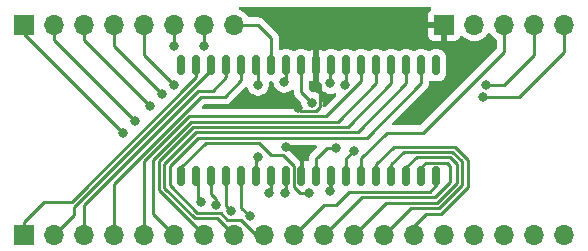
<source format=gbr>
%TF.GenerationSoftware,KiCad,Pcbnew,(6.0.0-0)*%
%TF.CreationDate,2022-07-06T04:59:43-04:00*%
%TF.ProjectId,RAM-Breakout,52414d2d-4272-4656-916b-6f75742e6b69,rev?*%
%TF.SameCoordinates,Original*%
%TF.FileFunction,Copper,L1,Top*%
%TF.FilePolarity,Positive*%
%FSLAX46Y46*%
G04 Gerber Fmt 4.6, Leading zero omitted, Abs format (unit mm)*
G04 Created by KiCad (PCBNEW (6.0.0-0)) date 2022-07-06 04:59:43*
%MOMM*%
%LPD*%
G01*
G04 APERTURE LIST*
G04 Aperture macros list*
%AMRoundRect*
0 Rectangle with rounded corners*
0 $1 Rounding radius*
0 $2 $3 $4 $5 $6 $7 $8 $9 X,Y pos of 4 corners*
0 Add a 4 corners polygon primitive as box body*
4,1,4,$2,$3,$4,$5,$6,$7,$8,$9,$2,$3,0*
0 Add four circle primitives for the rounded corners*
1,1,$1+$1,$2,$3*
1,1,$1+$1,$4,$5*
1,1,$1+$1,$6,$7*
1,1,$1+$1,$8,$9*
0 Add four rect primitives between the rounded corners*
20,1,$1+$1,$2,$3,$4,$5,0*
20,1,$1+$1,$4,$5,$6,$7,0*
20,1,$1+$1,$6,$7,$8,$9,0*
20,1,$1+$1,$8,$9,$2,$3,0*%
G04 Aperture macros list end*
%TA.AperFunction,ComponentPad*%
%ADD10R,1.700000X1.700000*%
%TD*%
%TA.AperFunction,ComponentPad*%
%ADD11O,1.700000X1.700000*%
%TD*%
%TA.AperFunction,SMDPad,CuDef*%
%ADD12RoundRect,0.150000X0.150000X-0.700000X0.150000X0.700000X-0.150000X0.700000X-0.150000X-0.700000X0*%
%TD*%
%TA.AperFunction,ViaPad*%
%ADD13C,0.800000*%
%TD*%
%TA.AperFunction,Conductor*%
%ADD14C,0.250000*%
%TD*%
G04 APERTURE END LIST*
D10*
%TO.P,J3,1,Pin_1*%
%TO.N,/D0*%
X118887000Y-106680000D03*
D11*
%TO.P,J3,2,Pin_2*%
%TO.N,/D1*%
X121427000Y-106680000D03*
%TO.P,J3,3,Pin_3*%
%TO.N,/D2*%
X123967000Y-106680000D03*
%TO.P,J3,4,Pin_4*%
%TO.N,/D3*%
X126507000Y-106680000D03*
%TO.P,J3,5,Pin_5*%
%TO.N,/D4*%
X129047000Y-106680000D03*
%TO.P,J3,6,Pin_6*%
%TO.N,/D5*%
X131587000Y-106680000D03*
%TO.P,J3,7,Pin_7*%
%TO.N,/D6*%
X134127000Y-106680000D03*
%TO.P,J3,8,Pin_8*%
%TO.N,/D7*%
X136667000Y-106680000D03*
%TD*%
D10*
%TO.P,J2,1,Pin_1*%
%TO.N,VCC*%
X154437000Y-106680000D03*
D11*
%TO.P,J2,2,Pin_2*%
%TO.N,GND*%
X156977000Y-106680000D03*
%TO.P,J2,3,Pin_3*%
%TO.N,/~{WE}*%
X159517000Y-106680000D03*
%TO.P,J2,4,Pin_4*%
%TO.N,/~{OE}*%
X162057000Y-106680000D03*
%TO.P,J2,5,Pin_5*%
%TO.N,/~{CE}*%
X164597000Y-106680000D03*
%TD*%
D10*
%TO.P,J1,1,Pin_1*%
%TO.N,/A18*%
X118882000Y-124460000D03*
D11*
%TO.P,J1,2,Pin_2*%
%TO.N,/A17*%
X121422000Y-124460000D03*
%TO.P,J1,3,Pin_3*%
%TO.N,/A16*%
X123962000Y-124460000D03*
%TO.P,J1,4,Pin_4*%
%TO.N,/A15*%
X126502000Y-124460000D03*
%TO.P,J1,5,Pin_5*%
%TO.N,/A14*%
X129042000Y-124460000D03*
%TO.P,J1,6,Pin_6*%
%TO.N,/A13*%
X131582000Y-124460000D03*
%TO.P,J1,7,Pin_7*%
%TO.N,/A12*%
X134122000Y-124460000D03*
%TO.P,J1,8,Pin_8*%
%TO.N,/A11*%
X136662000Y-124460000D03*
%TO.P,J1,9,Pin_9*%
%TO.N,/A10*%
X139202000Y-124460000D03*
%TO.P,J1,10,Pin_10*%
%TO.N,/A9*%
X141742000Y-124460000D03*
%TO.P,J1,11,Pin_11*%
%TO.N,/A8*%
X144282000Y-124460000D03*
%TO.P,J1,12,Pin_12*%
%TO.N,/A7*%
X146822000Y-124460000D03*
%TO.P,J1,13,Pin_13*%
%TO.N,/A6*%
X149362000Y-124460000D03*
%TO.P,J1,14,Pin_14*%
%TO.N,/A5*%
X151902000Y-124460000D03*
%TO.P,J1,15,Pin_15*%
%TO.N,/A4*%
X154442000Y-124460000D03*
%TO.P,J1,16,Pin_16*%
%TO.N,/A3*%
X156982000Y-124460000D03*
%TO.P,J1,17,Pin_17*%
%TO.N,/A2*%
X159522000Y-124460000D03*
%TO.P,J1,18,Pin_18*%
%TO.N,/A1*%
X162062000Y-124460000D03*
%TO.P,J1,19,Pin_19*%
%TO.N,/A0*%
X164602000Y-124460000D03*
%TD*%
D12*
%TO.P,U1,1,A0*%
%TO.N,/A0*%
X132207000Y-119508000D03*
%TO.P,U1,2,A1*%
%TO.N,/A1*%
X133477000Y-119508000D03*
%TO.P,U1,3,A2*%
%TO.N,/A2*%
X134747000Y-119508000D03*
%TO.P,U1,4,A3*%
%TO.N,/A3*%
X136017000Y-119508000D03*
%TO.P,U1,5,A4*%
%TO.N,/A4*%
X137287000Y-119508000D03*
%TO.P,U1,6,~{CE}*%
%TO.N,/~{CE}*%
X138557000Y-119508000D03*
%TO.P,U1,7,I/O0*%
%TO.N,/D0*%
X139827000Y-119508000D03*
%TO.P,U1,8,I/O1*%
%TO.N,/D1*%
X141097000Y-119508000D03*
%TO.P,U1,9,VDD*%
%TO.N,VCC*%
X142367000Y-119508000D03*
%TO.P,U1,10,GND*%
%TO.N,GND*%
X143637000Y-119508000D03*
%TO.P,U1,11,I/O2*%
%TO.N,/D2*%
X144907000Y-119508000D03*
%TO.P,U1,12,I/O3*%
%TO.N,/D3*%
X146177000Y-119508000D03*
%TO.P,U1,13,~{WE}*%
%TO.N,/~{WE}*%
X147447000Y-119508000D03*
%TO.P,U1,14,A5*%
%TO.N,/A5*%
X148717000Y-119508000D03*
%TO.P,U1,15,A6*%
%TO.N,/A6*%
X149987000Y-119508000D03*
%TO.P,U1,16,A7*%
%TO.N,/A7*%
X151257000Y-119508000D03*
%TO.P,U1,17,A8*%
%TO.N,/A8*%
X152527000Y-119508000D03*
%TO.P,U1,18,A9*%
%TO.N,/A9*%
X153797000Y-119508000D03*
%TO.P,U1,19,NC*%
%TO.N,unconnected-(U1-Pad19)*%
X153797000Y-110108000D03*
%TO.P,U1,20,A10*%
%TO.N,/A10*%
X152527000Y-110108000D03*
%TO.P,U1,21,A11*%
%TO.N,/A11*%
X151257000Y-110108000D03*
%TO.P,U1,22,A12*%
%TO.N,/A12*%
X149987000Y-110108000D03*
%TO.P,U1,23,A13*%
%TO.N,/A13*%
X148717000Y-110108000D03*
%TO.P,U1,24,A14*%
%TO.N,/A14*%
X147447000Y-110108000D03*
%TO.P,U1,25,I/O4*%
%TO.N,/D4*%
X146177000Y-110108000D03*
%TO.P,U1,26,I/O5*%
%TO.N,/D5*%
X144907000Y-110108000D03*
%TO.P,U1,27,VDD*%
%TO.N,VCC*%
X143637000Y-110108000D03*
%TO.P,U1,28,GND*%
%TO.N,GND*%
X142367000Y-110108000D03*
%TO.P,U1,29,I/O6*%
%TO.N,/D6*%
X141097000Y-110108000D03*
%TO.P,U1,30,I/O7*%
%TO.N,/D7*%
X139827000Y-110108000D03*
%TO.P,U1,31,~{OE}*%
%TO.N,/~{OE}*%
X138557000Y-110108000D03*
%TO.P,U1,32,A15*%
%TO.N,/A15*%
X137287000Y-110108000D03*
%TO.P,U1,33,A16*%
%TO.N,/A16*%
X136017000Y-110108000D03*
%TO.P,U1,34,A17*%
%TO.N,/A17*%
X134747000Y-110108000D03*
%TO.P,U1,35,A18*%
%TO.N,/A18*%
X133477000Y-110108000D03*
%TO.P,U1,36,NC*%
%TO.N,unconnected-(U1-Pad36)*%
X132207000Y-110108000D03*
%TD*%
D13*
%TO.N,/~{OE}*%
X157988000Y-111760000D03*
X138684000Y-111760000D03*
%TO.N,/~{CE}*%
X138684000Y-117856000D03*
X157734000Y-112776000D03*
%TO.N,/A0*%
X143002000Y-120904000D03*
%TO.N,/A1*%
X133858000Y-121666000D03*
%TO.N,/A2*%
X135121921Y-121882500D03*
%TO.N,/A3*%
X136398000Y-122428000D03*
%TO.N,/A4*%
X137982470Y-122875530D03*
%TO.N,/D0*%
X127254000Y-115824000D03*
X139622184Y-120941500D03*
%TO.N,/D1*%
X128270000Y-114808000D03*
X140970000Y-120941500D03*
%TO.N,/D2*%
X144780000Y-120762886D03*
X129540000Y-113538000D03*
%TO.N,/D3*%
X130556000Y-112522000D03*
X146812000Y-117348000D03*
%TO.N,/D4*%
X131572000Y-111760000D03*
X146050000Y-111760000D03*
%TO.N,/D5*%
X144815125Y-111601988D03*
X131572000Y-108458000D03*
%TO.N,/D6*%
X134112000Y-108458000D03*
X140907534Y-111492550D03*
%TO.N,VCC*%
X142050731Y-113700497D03*
%TO.N,GND*%
X143256000Y-113250983D03*
%TO.N,VCC*%
X141085641Y-116982911D03*
%TO.N,GND*%
X145288000Y-117094000D03*
%TD*%
D14*
%TO.N,/~{CE}*%
X164597000Y-106680000D02*
X164597000Y-108961000D01*
X164597000Y-108961000D02*
X160782000Y-112776000D01*
X160782000Y-112776000D02*
X157734000Y-112776000D01*
%TO.N,/~{OE}*%
X157988000Y-111760000D02*
X159512000Y-111760000D01*
X159512000Y-111760000D02*
X162057000Y-109215000D01*
X162057000Y-109215000D02*
X162057000Y-106680000D01*
%TO.N,VCC*%
X142050731Y-113700497D02*
X142325717Y-113975483D01*
X142325717Y-113975483D02*
X143589117Y-113975483D01*
X143980501Y-113584099D02*
X143980501Y-111722501D01*
X143589117Y-113975483D02*
X143980501Y-113584099D01*
X143980501Y-111722501D02*
X143637000Y-111379000D01*
X143637000Y-111379000D02*
X143637000Y-110108000D01*
%TO.N,/~{OE}*%
X138684000Y-111760000D02*
X138684000Y-110235000D01*
X138684000Y-110235000D02*
X138557000Y-110108000D01*
%TO.N,/A10*%
X139202000Y-124460000D02*
X138542341Y-124460000D01*
X137234842Y-123152501D02*
X136097901Y-123152501D01*
X135422045Y-122606976D02*
X135422020Y-122607001D01*
X133540409Y-122607001D02*
X131201022Y-120267614D01*
X136097901Y-123152501D02*
X135552376Y-122606976D01*
X131201022Y-120267614D02*
X131201022Y-118611498D01*
X135552376Y-122606976D02*
X135422045Y-122606976D01*
X135422020Y-122607001D02*
X133540409Y-122607001D01*
X138542341Y-124460000D02*
X137234842Y-123152501D01*
X131201022Y-118611498D02*
X133589479Y-116223041D01*
X133589479Y-116223041D02*
X147936959Y-116223041D01*
X147936959Y-116223041D02*
X152527000Y-111633000D01*
X152527000Y-111633000D02*
X152527000Y-110108000D01*
%TO.N,/A11*%
X151257000Y-110108000D02*
X151257000Y-111633000D01*
X151257000Y-111633000D02*
X147116473Y-115773527D01*
X133354216Y-123056512D02*
X135258511Y-123056511D01*
X147116473Y-115773527D02*
X133403289Y-115773527D01*
X130751511Y-118425305D02*
X130751512Y-120453808D01*
X133403289Y-115773527D02*
X130751511Y-118425305D01*
X135258511Y-123056511D02*
X136662000Y-124460000D01*
X130751512Y-120453808D02*
X133354216Y-123056512D01*
%TO.N,/A12*%
X134122000Y-124460000D02*
X130302001Y-120640001D01*
X130302001Y-120640001D02*
X130302001Y-118239111D01*
X130302001Y-118239111D02*
X133217093Y-115324019D01*
X146295981Y-115324019D02*
X149987000Y-111633000D01*
X133217093Y-115324019D02*
X146295981Y-115324019D01*
X149987000Y-111633000D02*
X149987000Y-110108000D01*
%TO.N,/A13*%
X144595799Y-114874505D02*
X144595796Y-114874508D01*
X148717000Y-111633000D02*
X145475495Y-114874505D01*
X129794000Y-118111408D02*
X129794000Y-122672000D01*
%TO.N,/A14*%
X132844707Y-114424997D02*
X144409603Y-114424997D01*
%TO.N,/A13*%
X129794000Y-122672000D02*
X131582000Y-124460000D01*
%TO.N,/A14*%
X129042000Y-118227704D02*
X132844707Y-114424997D01*
%TO.N,/A13*%
X145475495Y-114874505D02*
X144595799Y-114874505D01*
X148717000Y-110108000D02*
X148717000Y-111633000D01*
X133030900Y-114874508D02*
X129794000Y-118111408D01*
X144595796Y-114874508D02*
X133030900Y-114874508D01*
%TO.N,/A14*%
X129042000Y-124460000D02*
X129042000Y-118227704D01*
X144409603Y-114424997D02*
X147447000Y-111387600D01*
X147447000Y-111387600D02*
X147447000Y-110108000D01*
%TO.N,/D5*%
X144907000Y-110108000D02*
X144815125Y-110199875D01*
X144815125Y-110199875D02*
X144815125Y-111601988D01*
%TO.N,/~{CE}*%
X138557000Y-117983000D02*
X138684000Y-117856000D01*
X138557000Y-119508000D02*
X138557000Y-117983000D01*
%TO.N,VCC*%
X142367000Y-117983000D02*
X141366911Y-116982911D01*
X142367000Y-119508000D02*
X142367000Y-117983000D01*
X141366911Y-116982911D02*
X141085641Y-116982911D01*
%TO.N,/A0*%
X132207000Y-119508000D02*
X132207000Y-118745000D01*
X141732000Y-118621928D02*
X141732000Y-120394072D01*
X141732000Y-120394072D02*
X142241928Y-120904000D01*
X139778642Y-117672042D02*
X140782114Y-117672042D01*
X138779149Y-116672549D02*
X139778642Y-117672042D01*
X134279451Y-116672549D02*
X138779149Y-116672549D01*
X132207000Y-118745000D02*
X134279451Y-116672549D01*
X142241928Y-120904000D02*
X143002000Y-120904000D01*
X140782114Y-117672042D02*
X141732000Y-118621928D01*
%TO.N,GND*%
X142367000Y-110108000D02*
X142367000Y-112361983D01*
X142367000Y-112361983D02*
X143256000Y-113250983D01*
%TO.N,/D6*%
X141097000Y-110108000D02*
X141097000Y-111303084D01*
X141097000Y-111303084D02*
X140907534Y-111492550D01*
%TO.N,/~{WE}*%
X159517000Y-106680000D02*
X159517000Y-108961000D01*
X159517000Y-108961000D02*
X152654000Y-115824000D01*
X147447000Y-117983000D02*
X147447000Y-119508000D01*
X152654000Y-115824000D02*
X149606000Y-115824000D01*
X149606000Y-115824000D02*
X147447000Y-117983000D01*
%TO.N,/D2*%
X144907000Y-120635886D02*
X144780000Y-120762886D01*
X144907000Y-119508000D02*
X144907000Y-120635886D01*
%TO.N,/D3*%
X146177000Y-117983000D02*
X146812000Y-117348000D01*
X146177000Y-119508000D02*
X146177000Y-117983000D01*
%TO.N,/A2*%
X135121921Y-121405921D02*
X135121921Y-121882500D01*
X134747000Y-119508000D02*
X134747000Y-121031000D01*
X134747000Y-121031000D02*
X135121921Y-121405921D01*
%TO.N,/A1*%
X133604000Y-119635000D02*
X133477000Y-119508000D01*
%TO.N,/D1*%
X141097000Y-119508000D02*
X141097000Y-120814500D01*
%TO.N,/A1*%
X133604000Y-121412000D02*
X133604000Y-119635000D01*
%TO.N,/D1*%
X141097000Y-120814500D02*
X140970000Y-120941500D01*
%TO.N,/D0*%
X139827000Y-120736684D02*
X139622184Y-120941500D01*
X139827000Y-119508000D02*
X139827000Y-120736684D01*
%TO.N,/A1*%
X133858000Y-121666000D02*
X133604000Y-121412000D01*
%TO.N,/A4*%
X137287000Y-119508000D02*
X137287000Y-122180060D01*
X137287000Y-122180060D02*
X137982470Y-122875530D01*
%TO.N,/A3*%
X136017000Y-122047000D02*
X136017000Y-119508000D01*
X136398000Y-122428000D02*
X136017000Y-122047000D01*
%TO.N,/D0*%
X118887000Y-106680000D02*
X118887000Y-107457000D01*
X118887000Y-107457000D02*
X127254000Y-115824000D01*
%TO.N,/D1*%
X121427000Y-106680000D02*
X121427000Y-107965000D01*
X121427000Y-107965000D02*
X128270000Y-114808000D01*
%TO.N,/A9*%
X145334099Y-121882501D02*
X144319499Y-121882501D01*
X153240533Y-120825467D02*
X146391133Y-120825467D01*
X153797000Y-120269000D02*
X153240533Y-120825467D01*
X146391133Y-120825467D02*
X145334099Y-121882501D01*
%TO.N,/D2*%
X123967000Y-107965000D02*
X129540000Y-113538000D01*
%TO.N,/A9*%
X144319499Y-121882501D02*
X141742000Y-124460000D01*
X153797000Y-119508000D02*
X153797000Y-120269000D01*
%TO.N,/D2*%
X123967000Y-106680000D02*
X123967000Y-107965000D01*
%TO.N,/D3*%
X126507000Y-106680000D02*
X126507000Y-108473000D01*
X126507000Y-108473000D02*
X130302000Y-112268000D01*
X130302000Y-112268000D02*
X130556000Y-112522000D01*
%TO.N,/D4*%
X146177000Y-111633000D02*
X146050000Y-111760000D01*
X146177000Y-110108000D02*
X146177000Y-111633000D01*
X130810000Y-110998000D02*
X131572000Y-111760000D01*
X129047000Y-106680000D02*
X129047000Y-109235000D01*
X129047000Y-109235000D02*
X130810000Y-110998000D01*
%TO.N,/D5*%
X131587000Y-106680000D02*
X131587000Y-108443000D01*
X131587000Y-108443000D02*
X131572000Y-108458000D01*
%TO.N,/D6*%
X134127000Y-106680000D02*
X134127000Y-108443000D01*
X134127000Y-108443000D02*
X134112000Y-108458000D01*
%TO.N,/D7*%
X136667000Y-106680000D02*
X138684000Y-106680000D01*
X138684000Y-106680000D02*
X139827000Y-107823000D01*
X139827000Y-107823000D02*
X139827000Y-110108000D01*
%TO.N,GND*%
X143637000Y-119508000D02*
X143637000Y-117983000D01*
X143637000Y-117983000D02*
X143764000Y-117856000D01*
X143764000Y-117856000D02*
X144526000Y-117094000D01*
X144526000Y-117094000D02*
X145288000Y-117094000D01*
%TO.N,/A16*%
X134874000Y-112268000D02*
X136017000Y-111125000D01*
%TO.N,/A18*%
X133477000Y-111125000D02*
X133477000Y-110108000D01*
%TO.N,/A16*%
X123962000Y-124460000D02*
X123962000Y-121911408D01*
%TO.N,/A17*%
X123122193Y-122115511D02*
X123122193Y-122759807D01*
%TO.N,/A16*%
X133605408Y-112268000D02*
X134874000Y-112268000D01*
%TO.N,/A17*%
X134747000Y-110108000D02*
X134747000Y-110490704D01*
X134747000Y-110490704D02*
X123122193Y-122115511D01*
%TO.N,/A16*%
X136017000Y-111125000D02*
X136017000Y-110108000D01*
X123962000Y-121911408D02*
X133605408Y-112268000D01*
%TO.N,/A17*%
X123122193Y-122759807D02*
X121422000Y-124460000D01*
%TO.N,/A18*%
X118882000Y-124460000D02*
X118882000Y-123360000D01*
X118882000Y-123360000D02*
X120576000Y-121666000D01*
X120576000Y-121666000D02*
X122936000Y-121666000D01*
X122936000Y-121666000D02*
X133477000Y-111125000D01*
%TO.N,/A15*%
X137287000Y-110108000D02*
X137287000Y-111379000D01*
X137287000Y-111379000D02*
X135890000Y-112776000D01*
X135890000Y-112776000D02*
X133858000Y-112776000D01*
X133858000Y-112776000D02*
X126502000Y-120132000D01*
X126502000Y-120132000D02*
X126502000Y-124460000D01*
%TO.N,/A7*%
X151257000Y-118745000D02*
X152118031Y-117883969D01*
X155506489Y-120082103D02*
X153864103Y-121724489D01*
%TO.N,/A8*%
X153677910Y-121274978D02*
X147467022Y-121274978D01*
X147467022Y-121274978D02*
X144282000Y-124460000D01*
%TO.N,/A7*%
X149557511Y-121724489D02*
X146822000Y-124460000D01*
%TO.N,/A5*%
X156464000Y-118110000D02*
X156464000Y-120396000D01*
%TO.N,/A6*%
X149987000Y-119508000D02*
X149987000Y-118491000D01*
X155956000Y-118237704D02*
X155956000Y-120268296D01*
%TO.N,/A8*%
X152527000Y-118745000D02*
X152938520Y-118333480D01*
X154940000Y-118618000D02*
X154940000Y-120012888D01*
X152527000Y-119508000D02*
X152527000Y-118745000D01*
%TO.N,/A7*%
X152118031Y-117883969D02*
X154966561Y-117883969D01*
%TO.N,/A5*%
X150223053Y-116984947D02*
X155338947Y-116984947D01*
%TO.N,/A7*%
X155506489Y-118423897D02*
X155506489Y-120082103D01*
%TO.N,/A5*%
X156464000Y-120396000D02*
X154178000Y-122682000D01*
%TO.N,/A6*%
X154050296Y-122174000D02*
X151648000Y-122174000D01*
%TO.N,/A8*%
X154940000Y-120012888D02*
X153677910Y-121274978D01*
%TO.N,/A7*%
X154966561Y-117883969D02*
X155506489Y-118423897D01*
%TO.N,/A6*%
X151043542Y-117434458D02*
X155152754Y-117434458D01*
X155956000Y-120268296D02*
X154050296Y-122174000D01*
%TO.N,/A8*%
X152938520Y-118333480D02*
X154655480Y-118333480D01*
%TO.N,/A6*%
X151648000Y-122174000D02*
X149362000Y-124460000D01*
%TO.N,/A8*%
X154655480Y-118333480D02*
X154940000Y-118618000D01*
%TO.N,/A6*%
X155152754Y-117434458D02*
X155956000Y-118237704D01*
%TO.N,/A5*%
X148717000Y-118491000D02*
X150223053Y-116984947D01*
%TO.N,/A7*%
X153864103Y-121724489D02*
X149557511Y-121724489D01*
%TO.N,/A6*%
X149987000Y-118491000D02*
X151043542Y-117434458D01*
%TO.N,/A7*%
X151257000Y-119508000D02*
X151257000Y-118745000D01*
%TO.N,/A5*%
X148717000Y-119508000D02*
X148717000Y-118491000D01*
X155338947Y-116984947D02*
X156464000Y-118110000D01*
X154178000Y-122682000D02*
X152908000Y-122682000D01*
X152908000Y-122682000D02*
X151902000Y-123688000D01*
X151902000Y-123688000D02*
X151902000Y-124460000D01*
%TD*%
%TA.AperFunction,Conductor*%
%TO.N,VCC*%
G36*
X143631485Y-116876543D02*
G01*
X143677978Y-116930199D01*
X143688082Y-117000473D01*
X143658588Y-117065053D01*
X143652464Y-117071632D01*
X143464496Y-117259599D01*
X143287865Y-117436230D01*
X143287856Y-117436240D01*
X143244749Y-117479347D01*
X143236463Y-117486887D01*
X143229982Y-117491000D01*
X143224555Y-117496779D01*
X143224554Y-117496780D01*
X143183356Y-117540652D01*
X143180601Y-117543494D01*
X143160865Y-117563230D01*
X143158385Y-117566427D01*
X143150682Y-117575447D01*
X143120414Y-117607679D01*
X143116595Y-117614625D01*
X143116593Y-117614628D01*
X143110652Y-117625434D01*
X143099801Y-117641953D01*
X143087386Y-117657959D01*
X143084241Y-117665228D01*
X143084238Y-117665232D01*
X143069826Y-117698537D01*
X143064609Y-117709187D01*
X143043305Y-117747940D01*
X143038508Y-117766625D01*
X143038267Y-117767562D01*
X143031863Y-117786266D01*
X143023819Y-117804855D01*
X143022580Y-117812678D01*
X143022577Y-117812688D01*
X143016901Y-117848524D01*
X143014495Y-117860144D01*
X143005472Y-117895289D01*
X143003500Y-117902970D01*
X143003500Y-117923224D01*
X143001949Y-117942934D01*
X142998780Y-117962943D01*
X142999526Y-117970835D01*
X143002941Y-118006961D01*
X143003500Y-118018819D01*
X143003500Y-118110357D01*
X142983498Y-118178478D01*
X142929842Y-118224971D01*
X142859568Y-118235075D01*
X142813361Y-118218811D01*
X142787221Y-118203352D01*
X142772790Y-118197107D01*
X142638395Y-118158061D01*
X142624294Y-118158101D01*
X142621000Y-118165370D01*
X142621000Y-119636000D01*
X142600998Y-119704121D01*
X142547342Y-119750614D01*
X142495000Y-119762000D01*
X142491500Y-119762000D01*
X142423379Y-119741998D01*
X142376886Y-119688342D01*
X142365500Y-119636000D01*
X142365500Y-118700696D01*
X142366027Y-118689513D01*
X142367702Y-118682020D01*
X142365562Y-118613929D01*
X142365500Y-118609972D01*
X142365500Y-118582072D01*
X142364996Y-118578081D01*
X142364063Y-118566239D01*
X142362923Y-118529964D01*
X142362674Y-118522039D01*
X142357021Y-118502580D01*
X142353012Y-118483221D01*
X142352846Y-118481911D01*
X142350474Y-118463131D01*
X142347558Y-118455765D01*
X142347556Y-118455759D01*
X142334200Y-118422026D01*
X142330355Y-118410796D01*
X142320230Y-118375945D01*
X142320230Y-118375944D01*
X142318019Y-118368335D01*
X142307705Y-118350894D01*
X142299008Y-118333141D01*
X142294472Y-118321686D01*
X142291552Y-118314311D01*
X142265563Y-118278540D01*
X142259047Y-118268620D01*
X142240578Y-118237391D01*
X142236542Y-118230566D01*
X142222221Y-118216245D01*
X142209380Y-118201211D01*
X142202131Y-118191234D01*
X142197472Y-118184821D01*
X142191367Y-118179770D01*
X142191362Y-118179765D01*
X142163396Y-118156629D01*
X142154618Y-118148641D01*
X141285766Y-117279789D01*
X141278226Y-117271503D01*
X141274114Y-117265024D01*
X141224462Y-117218398D01*
X141221621Y-117215644D01*
X141201884Y-117195907D01*
X141198687Y-117193427D01*
X141189665Y-117185722D01*
X141163214Y-117160883D01*
X141157435Y-117155456D01*
X141150489Y-117151637D01*
X141150486Y-117151635D01*
X141139680Y-117145694D01*
X141123161Y-117134843D01*
X141122697Y-117134483D01*
X141107155Y-117122428D01*
X141099886Y-117119283D01*
X141099882Y-117119280D01*
X141066577Y-117104868D01*
X141055927Y-117099651D01*
X141043746Y-117092955D01*
X140993688Y-117042610D01*
X140978795Y-116973193D01*
X141003796Y-116906744D01*
X141060753Y-116864360D01*
X141104448Y-116856541D01*
X143563364Y-116856541D01*
X143631485Y-116876543D01*
G37*
%TD.AperFunction*%
%TA.AperFunction,Conductor*%
G36*
X153329094Y-105176002D02*
G01*
X153375587Y-105229658D01*
X153385691Y-105299932D01*
X153356197Y-105364512D01*
X153336538Y-105382826D01*
X153231276Y-105461715D01*
X153218715Y-105474276D01*
X153142214Y-105576351D01*
X153133676Y-105591946D01*
X153088522Y-105712394D01*
X153084895Y-105727649D01*
X153079369Y-105778514D01*
X153079000Y-105785328D01*
X153079000Y-106407885D01*
X153083475Y-106423124D01*
X153084865Y-106424329D01*
X153092548Y-106426000D01*
X154565000Y-106426000D01*
X154633121Y-106446002D01*
X154679614Y-106499658D01*
X154691000Y-106552000D01*
X154691000Y-108019884D01*
X154695475Y-108035123D01*
X154696865Y-108036328D01*
X154704548Y-108037999D01*
X155331669Y-108037999D01*
X155338490Y-108037629D01*
X155389352Y-108032105D01*
X155404604Y-108028479D01*
X155525054Y-107983324D01*
X155540649Y-107974786D01*
X155642724Y-107898285D01*
X155655285Y-107885724D01*
X155731786Y-107783649D01*
X155740324Y-107768054D01*
X155781225Y-107658952D01*
X155823867Y-107602188D01*
X155890428Y-107577488D01*
X155959777Y-107592696D01*
X155994444Y-107620684D01*
X156019865Y-107650031D01*
X156019869Y-107650035D01*
X156023250Y-107653938D01*
X156107846Y-107724171D01*
X156189234Y-107791740D01*
X156195126Y-107796632D01*
X156388000Y-107909338D01*
X156596692Y-107989030D01*
X156601760Y-107990061D01*
X156601763Y-107990062D01*
X156693820Y-108008791D01*
X156815597Y-108033567D01*
X156820772Y-108033757D01*
X156820774Y-108033757D01*
X157033673Y-108041564D01*
X157033677Y-108041564D01*
X157038837Y-108041753D01*
X157043957Y-108041097D01*
X157043959Y-108041097D01*
X157255288Y-108014025D01*
X157255289Y-108014025D01*
X157260416Y-108013368D01*
X157288788Y-108004856D01*
X157469429Y-107950661D01*
X157469434Y-107950659D01*
X157474384Y-107949174D01*
X157674994Y-107850896D01*
X157856860Y-107721173D01*
X157874437Y-107703658D01*
X157975830Y-107602618D01*
X158015096Y-107563489D01*
X158049664Y-107515383D01*
X158145453Y-107382077D01*
X158146776Y-107383028D01*
X158193645Y-107339857D01*
X158263580Y-107327625D01*
X158329026Y-107355144D01*
X158356875Y-107386994D01*
X158416987Y-107485088D01*
X158563250Y-107653938D01*
X158647846Y-107724171D01*
X158729234Y-107791740D01*
X158735126Y-107796632D01*
X158820389Y-107846455D01*
X158821070Y-107846853D01*
X158869794Y-107898491D01*
X158883500Y-107955641D01*
X158883500Y-108646406D01*
X158863498Y-108714527D01*
X158846595Y-108735501D01*
X152428500Y-115153595D01*
X152366188Y-115187621D01*
X152339405Y-115190500D01*
X150169594Y-115190500D01*
X150101473Y-115170498D01*
X150054980Y-115116842D01*
X150044876Y-115046568D01*
X150074370Y-114981988D01*
X150080499Y-114975405D01*
X152919247Y-112136657D01*
X152927537Y-112129113D01*
X152934018Y-112125000D01*
X152980659Y-112075332D01*
X152983413Y-112072491D01*
X153003134Y-112052770D01*
X153005612Y-112049575D01*
X153013318Y-112040553D01*
X153038158Y-112014101D01*
X153043586Y-112008321D01*
X153053346Y-111990568D01*
X153064199Y-111974045D01*
X153071753Y-111964306D01*
X153076613Y-111958041D01*
X153094176Y-111917457D01*
X153099383Y-111906827D01*
X153120695Y-111868060D01*
X153122666Y-111860383D01*
X153122668Y-111860378D01*
X153125732Y-111848442D01*
X153132138Y-111829730D01*
X153137033Y-111818419D01*
X153140181Y-111811145D01*
X153141421Y-111803317D01*
X153141423Y-111803310D01*
X153147099Y-111767476D01*
X153149505Y-111755856D01*
X153158528Y-111720711D01*
X153158528Y-111720710D01*
X153160500Y-111713030D01*
X153160500Y-111692776D01*
X153162051Y-111673065D01*
X153163980Y-111660886D01*
X153165220Y-111653057D01*
X153161059Y-111609038D01*
X153160500Y-111597181D01*
X153160500Y-111506224D01*
X153180502Y-111438103D01*
X153234158Y-111391610D01*
X153304432Y-111381506D01*
X153350636Y-111397769D01*
X153383399Y-111417145D01*
X153391010Y-111419356D01*
X153391012Y-111419357D01*
X153443231Y-111434528D01*
X153543169Y-111463562D01*
X153549574Y-111464066D01*
X153549579Y-111464067D01*
X153578042Y-111466307D01*
X153578050Y-111466307D01*
X153580498Y-111466500D01*
X154013502Y-111466500D01*
X154015950Y-111466307D01*
X154015958Y-111466307D01*
X154044421Y-111464067D01*
X154044426Y-111464066D01*
X154050831Y-111463562D01*
X154150769Y-111434528D01*
X154202988Y-111419357D01*
X154202990Y-111419356D01*
X154210601Y-111417145D01*
X154271846Y-111380925D01*
X154346980Y-111336491D01*
X154346983Y-111336489D01*
X154353807Y-111332453D01*
X154471453Y-111214807D01*
X154475489Y-111207983D01*
X154475491Y-111207980D01*
X154552108Y-111078427D01*
X154556145Y-111071601D01*
X154602562Y-110911831D01*
X154605500Y-110874502D01*
X154605500Y-109341498D01*
X154605214Y-109337856D01*
X154603066Y-109310574D01*
X154602562Y-109304169D01*
X154556145Y-109144399D01*
X154527212Y-109095476D01*
X154475491Y-109008020D01*
X154475489Y-109008017D01*
X154471453Y-109001193D01*
X154353807Y-108883547D01*
X154346983Y-108879511D01*
X154346980Y-108879509D01*
X154217427Y-108802892D01*
X154217428Y-108802892D01*
X154210601Y-108798855D01*
X154202990Y-108796644D01*
X154202988Y-108796643D01*
X154115142Y-108771122D01*
X154050831Y-108752438D01*
X154044426Y-108751934D01*
X154044421Y-108751933D01*
X154015958Y-108749693D01*
X154015950Y-108749693D01*
X154013502Y-108749500D01*
X153580498Y-108749500D01*
X153578050Y-108749693D01*
X153578042Y-108749693D01*
X153549579Y-108751933D01*
X153549574Y-108751934D01*
X153543169Y-108752438D01*
X153478858Y-108771122D01*
X153391012Y-108796643D01*
X153391010Y-108796644D01*
X153383399Y-108798855D01*
X153240193Y-108883547D01*
X153237511Y-108886229D01*
X153173139Y-108911502D01*
X153103516Y-108897600D01*
X153087688Y-108887428D01*
X153083807Y-108883547D01*
X152940601Y-108798855D01*
X152932990Y-108796644D01*
X152932988Y-108796643D01*
X152845142Y-108771122D01*
X152780831Y-108752438D01*
X152774426Y-108751934D01*
X152774421Y-108751933D01*
X152745958Y-108749693D01*
X152745950Y-108749693D01*
X152743502Y-108749500D01*
X152310498Y-108749500D01*
X152308050Y-108749693D01*
X152308042Y-108749693D01*
X152279579Y-108751933D01*
X152279574Y-108751934D01*
X152273169Y-108752438D01*
X152208858Y-108771122D01*
X152121012Y-108796643D01*
X152121010Y-108796644D01*
X152113399Y-108798855D01*
X151970193Y-108883547D01*
X151967511Y-108886229D01*
X151903139Y-108911502D01*
X151833516Y-108897600D01*
X151817688Y-108887428D01*
X151813807Y-108883547D01*
X151670601Y-108798855D01*
X151662990Y-108796644D01*
X151662988Y-108796643D01*
X151575142Y-108771122D01*
X151510831Y-108752438D01*
X151504426Y-108751934D01*
X151504421Y-108751933D01*
X151475958Y-108749693D01*
X151475950Y-108749693D01*
X151473502Y-108749500D01*
X151040498Y-108749500D01*
X151038050Y-108749693D01*
X151038042Y-108749693D01*
X151009579Y-108751933D01*
X151009574Y-108751934D01*
X151003169Y-108752438D01*
X150938858Y-108771122D01*
X150851012Y-108796643D01*
X150851010Y-108796644D01*
X150843399Y-108798855D01*
X150700193Y-108883547D01*
X150697511Y-108886229D01*
X150633139Y-108911502D01*
X150563516Y-108897600D01*
X150547688Y-108887428D01*
X150543807Y-108883547D01*
X150400601Y-108798855D01*
X150392990Y-108796644D01*
X150392988Y-108796643D01*
X150305142Y-108771122D01*
X150240831Y-108752438D01*
X150234426Y-108751934D01*
X150234421Y-108751933D01*
X150205958Y-108749693D01*
X150205950Y-108749693D01*
X150203502Y-108749500D01*
X149770498Y-108749500D01*
X149768050Y-108749693D01*
X149768042Y-108749693D01*
X149739579Y-108751933D01*
X149739574Y-108751934D01*
X149733169Y-108752438D01*
X149668858Y-108771122D01*
X149581012Y-108796643D01*
X149581010Y-108796644D01*
X149573399Y-108798855D01*
X149430193Y-108883547D01*
X149427511Y-108886229D01*
X149363139Y-108911502D01*
X149293516Y-108897600D01*
X149277688Y-108887428D01*
X149273807Y-108883547D01*
X149130601Y-108798855D01*
X149122990Y-108796644D01*
X149122988Y-108796643D01*
X149035142Y-108771122D01*
X148970831Y-108752438D01*
X148964426Y-108751934D01*
X148964421Y-108751933D01*
X148935958Y-108749693D01*
X148935950Y-108749693D01*
X148933502Y-108749500D01*
X148500498Y-108749500D01*
X148498050Y-108749693D01*
X148498042Y-108749693D01*
X148469579Y-108751933D01*
X148469574Y-108751934D01*
X148463169Y-108752438D01*
X148398858Y-108771122D01*
X148311012Y-108796643D01*
X148311010Y-108796644D01*
X148303399Y-108798855D01*
X148160193Y-108883547D01*
X148157511Y-108886229D01*
X148093139Y-108911502D01*
X148023516Y-108897600D01*
X148007688Y-108887428D01*
X148003807Y-108883547D01*
X147860601Y-108798855D01*
X147852990Y-108796644D01*
X147852988Y-108796643D01*
X147765142Y-108771122D01*
X147700831Y-108752438D01*
X147694426Y-108751934D01*
X147694421Y-108751933D01*
X147665958Y-108749693D01*
X147665950Y-108749693D01*
X147663502Y-108749500D01*
X147230498Y-108749500D01*
X147228050Y-108749693D01*
X147228042Y-108749693D01*
X147199579Y-108751933D01*
X147199574Y-108751934D01*
X147193169Y-108752438D01*
X147128858Y-108771122D01*
X147041012Y-108796643D01*
X147041010Y-108796644D01*
X147033399Y-108798855D01*
X146890193Y-108883547D01*
X146887511Y-108886229D01*
X146823139Y-108911502D01*
X146753516Y-108897600D01*
X146737688Y-108887428D01*
X146733807Y-108883547D01*
X146590601Y-108798855D01*
X146582990Y-108796644D01*
X146582988Y-108796643D01*
X146495142Y-108771122D01*
X146430831Y-108752438D01*
X146424426Y-108751934D01*
X146424421Y-108751933D01*
X146395958Y-108749693D01*
X146395950Y-108749693D01*
X146393502Y-108749500D01*
X145960498Y-108749500D01*
X145958050Y-108749693D01*
X145958042Y-108749693D01*
X145929579Y-108751933D01*
X145929574Y-108751934D01*
X145923169Y-108752438D01*
X145858858Y-108771122D01*
X145771012Y-108796643D01*
X145771010Y-108796644D01*
X145763399Y-108798855D01*
X145620193Y-108883547D01*
X145617511Y-108886229D01*
X145553139Y-108911502D01*
X145483516Y-108897600D01*
X145467688Y-108887428D01*
X145463807Y-108883547D01*
X145320601Y-108798855D01*
X145312990Y-108796644D01*
X145312988Y-108796643D01*
X145225142Y-108771122D01*
X145160831Y-108752438D01*
X145154426Y-108751934D01*
X145154421Y-108751933D01*
X145125958Y-108749693D01*
X145125950Y-108749693D01*
X145123502Y-108749500D01*
X144690498Y-108749500D01*
X144688050Y-108749693D01*
X144688042Y-108749693D01*
X144659579Y-108751933D01*
X144659574Y-108751934D01*
X144653169Y-108752438D01*
X144588858Y-108771122D01*
X144501012Y-108796643D01*
X144501010Y-108796644D01*
X144493399Y-108798855D01*
X144350193Y-108883547D01*
X144347253Y-108886487D01*
X144282729Y-108911821D01*
X144213106Y-108897920D01*
X144194360Y-108885871D01*
X144186677Y-108879911D01*
X144057221Y-108803352D01*
X144042790Y-108797107D01*
X143908395Y-108758061D01*
X143894294Y-108758101D01*
X143891000Y-108765370D01*
X143891000Y-111444878D01*
X143903964Y-111489029D01*
X143908378Y-111537697D01*
X143904975Y-111570072D01*
X143901621Y-111601988D01*
X143902311Y-111608553D01*
X143918919Y-111766565D01*
X143921583Y-111791916D01*
X143980598Y-111973544D01*
X143983901Y-111979266D01*
X143983902Y-111979267D01*
X144012901Y-112029494D01*
X144076085Y-112138932D01*
X144080503Y-112143839D01*
X144080504Y-112143840D01*
X144100912Y-112166505D01*
X144203872Y-112280854D01*
X144282404Y-112337911D01*
X144347043Y-112384874D01*
X144358373Y-112393106D01*
X144364401Y-112395790D01*
X144364403Y-112395791D01*
X144526806Y-112468097D01*
X144532837Y-112470782D01*
X144626237Y-112490635D01*
X144713181Y-112509116D01*
X144713186Y-112509116D01*
X144719638Y-112510488D01*
X144910612Y-112510488D01*
X144917064Y-112509116D01*
X144917069Y-112509116D01*
X145004013Y-112490635D01*
X145097413Y-112470782D01*
X145111366Y-112464570D01*
X145144196Y-112449953D01*
X145214563Y-112440519D01*
X145278860Y-112470626D01*
X145316674Y-112530715D01*
X145315998Y-112601708D01*
X145284540Y-112654155D01*
X144353039Y-113585656D01*
X144290727Y-113619682D01*
X144219912Y-113614617D01*
X144163076Y-113572070D01*
X144138265Y-113505550D01*
X144144110Y-113457627D01*
X144149542Y-113440911D01*
X144152844Y-113409500D01*
X144168814Y-113257548D01*
X144169504Y-113250983D01*
X144149542Y-113061055D01*
X144090527Y-112879427D01*
X143995040Y-112714039D01*
X143987235Y-112705370D01*
X143871675Y-112577028D01*
X143871674Y-112577027D01*
X143867253Y-112572117D01*
X143742285Y-112481322D01*
X143718094Y-112463746D01*
X143718093Y-112463745D01*
X143712752Y-112459865D01*
X143706724Y-112457181D01*
X143706722Y-112457180D01*
X143544319Y-112384874D01*
X143544318Y-112384874D01*
X143538288Y-112382189D01*
X143427589Y-112358659D01*
X143357944Y-112343855D01*
X143357939Y-112343855D01*
X143351487Y-112342483D01*
X143295595Y-112342483D01*
X143227474Y-112322481D01*
X143206500Y-112305578D01*
X143037405Y-112136483D01*
X143003379Y-112074171D01*
X143000500Y-112047388D01*
X143000500Y-111505643D01*
X143020502Y-111437522D01*
X143074158Y-111391029D01*
X143144432Y-111380925D01*
X143190639Y-111397189D01*
X143216779Y-111412648D01*
X143231210Y-111418893D01*
X143365605Y-111457939D01*
X143379706Y-111457899D01*
X143383000Y-111450630D01*
X143383000Y-108771122D01*
X143379027Y-108757591D01*
X143371129Y-108756456D01*
X143231210Y-108797107D01*
X143216779Y-108803352D01*
X143087324Y-108879910D01*
X143079636Y-108885874D01*
X143013551Y-108911821D01*
X142943928Y-108897920D01*
X142927842Y-108887582D01*
X142923807Y-108883547D01*
X142780601Y-108798855D01*
X142772990Y-108796644D01*
X142772988Y-108796643D01*
X142685142Y-108771122D01*
X142620831Y-108752438D01*
X142614426Y-108751934D01*
X142614421Y-108751933D01*
X142585958Y-108749693D01*
X142585950Y-108749693D01*
X142583502Y-108749500D01*
X142150498Y-108749500D01*
X142148050Y-108749693D01*
X142148042Y-108749693D01*
X142119579Y-108751933D01*
X142119574Y-108751934D01*
X142113169Y-108752438D01*
X142048858Y-108771122D01*
X141961012Y-108796643D01*
X141961010Y-108796644D01*
X141953399Y-108798855D01*
X141810193Y-108883547D01*
X141807511Y-108886229D01*
X141743139Y-108911502D01*
X141673516Y-108897600D01*
X141657688Y-108887428D01*
X141653807Y-108883547D01*
X141510601Y-108798855D01*
X141502990Y-108796644D01*
X141502988Y-108796643D01*
X141415142Y-108771122D01*
X141350831Y-108752438D01*
X141344426Y-108751934D01*
X141344421Y-108751933D01*
X141315958Y-108749693D01*
X141315950Y-108749693D01*
X141313502Y-108749500D01*
X140880498Y-108749500D01*
X140878050Y-108749693D01*
X140878042Y-108749693D01*
X140849579Y-108751933D01*
X140849574Y-108751934D01*
X140843169Y-108752438D01*
X140778858Y-108771122D01*
X140691012Y-108796643D01*
X140691010Y-108796644D01*
X140683399Y-108798855D01*
X140650637Y-108818231D01*
X140581822Y-108835689D01*
X140514491Y-108813172D01*
X140470022Y-108757827D01*
X140460500Y-108709776D01*
X140460500Y-107901767D01*
X140461027Y-107890584D01*
X140462702Y-107883091D01*
X140461596Y-107847891D01*
X140460562Y-107815014D01*
X140460500Y-107811055D01*
X140460500Y-107783144D01*
X140459995Y-107779144D01*
X140459062Y-107767301D01*
X140458914Y-107762571D01*
X140457673Y-107723110D01*
X140452022Y-107703658D01*
X140448014Y-107684306D01*
X140446467Y-107672063D01*
X140445474Y-107664203D01*
X140441410Y-107653938D01*
X140429200Y-107623097D01*
X140425355Y-107611870D01*
X140419784Y-107592696D01*
X140414547Y-107574669D01*
X153079001Y-107574669D01*
X153079371Y-107581490D01*
X153084895Y-107632352D01*
X153088521Y-107647604D01*
X153133676Y-107768054D01*
X153142214Y-107783649D01*
X153218715Y-107885724D01*
X153231276Y-107898285D01*
X153333351Y-107974786D01*
X153348946Y-107983324D01*
X153469394Y-108028478D01*
X153484649Y-108032105D01*
X153535514Y-108037631D01*
X153542328Y-108038000D01*
X154164885Y-108038000D01*
X154180124Y-108033525D01*
X154181329Y-108032135D01*
X154183000Y-108024452D01*
X154183000Y-106952115D01*
X154178525Y-106936876D01*
X154177135Y-106935671D01*
X154169452Y-106934000D01*
X153097116Y-106934000D01*
X153081877Y-106938475D01*
X153080672Y-106939865D01*
X153079001Y-106947548D01*
X153079001Y-107574669D01*
X140414547Y-107574669D01*
X140413018Y-107569407D01*
X140402707Y-107551972D01*
X140394012Y-107534224D01*
X140386552Y-107515383D01*
X140360564Y-107479613D01*
X140354048Y-107469693D01*
X140335580Y-107438465D01*
X140335578Y-107438462D01*
X140331542Y-107431638D01*
X140317221Y-107417317D01*
X140304380Y-107402283D01*
X140297131Y-107392306D01*
X140292472Y-107385893D01*
X140258395Y-107357702D01*
X140249616Y-107349712D01*
X139187652Y-106287747D01*
X139180112Y-106279461D01*
X139176000Y-106272982D01*
X139126348Y-106226356D01*
X139123507Y-106223602D01*
X139103770Y-106203865D01*
X139100573Y-106201385D01*
X139091551Y-106193680D01*
X139059321Y-106163414D01*
X139052375Y-106159595D01*
X139052372Y-106159593D01*
X139041566Y-106153652D01*
X139025047Y-106142801D01*
X139024583Y-106142441D01*
X139009041Y-106130386D01*
X139001772Y-106127241D01*
X139001768Y-106127238D01*
X138968463Y-106112826D01*
X138957813Y-106107609D01*
X138919060Y-106086305D01*
X138899437Y-106081267D01*
X138880734Y-106074863D01*
X138869420Y-106069967D01*
X138869419Y-106069967D01*
X138862145Y-106066819D01*
X138854322Y-106065580D01*
X138854312Y-106065577D01*
X138818476Y-106059901D01*
X138806856Y-106057495D01*
X138771711Y-106048472D01*
X138771710Y-106048472D01*
X138764030Y-106046500D01*
X138743776Y-106046500D01*
X138724065Y-106044949D01*
X138711886Y-106043020D01*
X138704057Y-106041780D01*
X138696165Y-106042526D01*
X138660039Y-106045941D01*
X138648181Y-106046500D01*
X137943805Y-106046500D01*
X137875684Y-106026498D01*
X137838013Y-105988940D01*
X137749822Y-105852617D01*
X137749820Y-105852614D01*
X137747014Y-105848277D01*
X137596670Y-105683051D01*
X137592619Y-105679852D01*
X137592615Y-105679848D01*
X137425414Y-105547800D01*
X137425410Y-105547798D01*
X137421359Y-105544598D01*
X137225789Y-105436638D01*
X137220920Y-105434914D01*
X137220916Y-105434912D01*
X137124509Y-105400773D01*
X137066973Y-105359179D01*
X137041057Y-105293081D01*
X137054991Y-105223465D01*
X137104350Y-105172434D01*
X137166569Y-105156000D01*
X153260973Y-105156000D01*
X153329094Y-105176002D01*
G37*
%TD.AperFunction*%
%TA.AperFunction,Conductor*%
G36*
X139945962Y-111486502D02*
G01*
X139992455Y-111540158D01*
X140003151Y-111579330D01*
X140013003Y-111673065D01*
X140013992Y-111682478D01*
X140073007Y-111864106D01*
X140076310Y-111869828D01*
X140076311Y-111869829D01*
X140109077Y-111926581D01*
X140168494Y-112029494D01*
X140172912Y-112034401D01*
X140172913Y-112034402D01*
X140259358Y-112130409D01*
X140296281Y-112171416D01*
X140450782Y-112283668D01*
X140456810Y-112286352D01*
X140456812Y-112286353D01*
X140619215Y-112358659D01*
X140625246Y-112361344D01*
X140716859Y-112380817D01*
X140805590Y-112399678D01*
X140805595Y-112399678D01*
X140812047Y-112401050D01*
X141003021Y-112401050D01*
X141009473Y-112399678D01*
X141009478Y-112399678D01*
X141098209Y-112380817D01*
X141189822Y-112361344D01*
X141195853Y-112358659D01*
X141358256Y-112286353D01*
X141358258Y-112286352D01*
X141364286Y-112283668D01*
X141518787Y-112171416D01*
X141523194Y-112166522D01*
X141587196Y-112135806D01*
X141657649Y-112144569D01*
X141712181Y-112190031D01*
X141733500Y-112260159D01*
X141733500Y-112283216D01*
X141732973Y-112294399D01*
X141731298Y-112301892D01*
X141731547Y-112309818D01*
X141731547Y-112309819D01*
X141733438Y-112369969D01*
X141733500Y-112373928D01*
X141733500Y-112401839D01*
X141733997Y-112405773D01*
X141733997Y-112405774D01*
X141734005Y-112405839D01*
X141734938Y-112417676D01*
X141736327Y-112461872D01*
X141741978Y-112481322D01*
X141745987Y-112500683D01*
X141748526Y-112520780D01*
X141751445Y-112528151D01*
X141751445Y-112528153D01*
X141764804Y-112561895D01*
X141768649Y-112573125D01*
X141776953Y-112601708D01*
X141780982Y-112615576D01*
X141785015Y-112622395D01*
X141785017Y-112622400D01*
X141791293Y-112633011D01*
X141799988Y-112650759D01*
X141807448Y-112669600D01*
X141812110Y-112676016D01*
X141812110Y-112676017D01*
X141833436Y-112705370D01*
X141839952Y-112715290D01*
X141862458Y-112753345D01*
X141876779Y-112767666D01*
X141889619Y-112782699D01*
X141901528Y-112799090D01*
X141907633Y-112804141D01*
X141907638Y-112804146D01*
X141935598Y-112827277D01*
X141944376Y-112835264D01*
X142308878Y-113199765D01*
X142342903Y-113262078D01*
X142345093Y-113275691D01*
X142359157Y-113409500D01*
X142362458Y-113440911D01*
X142406482Y-113576402D01*
X142421473Y-113622539D01*
X142419724Y-113623107D01*
X142427973Y-113684608D01*
X142397871Y-113748907D01*
X142337784Y-113786724D01*
X142303431Y-113791497D01*
X134042598Y-113791497D01*
X133974477Y-113771495D01*
X133927984Y-113717839D01*
X133917880Y-113647565D01*
X133947374Y-113582985D01*
X133953503Y-113576402D01*
X134083500Y-113446405D01*
X134145812Y-113412379D01*
X134172595Y-113409500D01*
X135811233Y-113409500D01*
X135822416Y-113410027D01*
X135829909Y-113411702D01*
X135837835Y-113411453D01*
X135837836Y-113411453D01*
X135897986Y-113409562D01*
X135901945Y-113409500D01*
X135929856Y-113409500D01*
X135933791Y-113409003D01*
X135933856Y-113408995D01*
X135945693Y-113408062D01*
X135977951Y-113407048D01*
X135981970Y-113406922D01*
X135989889Y-113406673D01*
X136009343Y-113401021D01*
X136028700Y-113397013D01*
X136040930Y-113395468D01*
X136040931Y-113395468D01*
X136048797Y-113394474D01*
X136056168Y-113391555D01*
X136056170Y-113391555D01*
X136089912Y-113378196D01*
X136101142Y-113374351D01*
X136135983Y-113364229D01*
X136135984Y-113364229D01*
X136143593Y-113362018D01*
X136150412Y-113357985D01*
X136150417Y-113357983D01*
X136161028Y-113351707D01*
X136178776Y-113343012D01*
X136197617Y-113335552D01*
X136233387Y-113309564D01*
X136243307Y-113303048D01*
X136274535Y-113284580D01*
X136274538Y-113284578D01*
X136281362Y-113280542D01*
X136295683Y-113266221D01*
X136310717Y-113253380D01*
X136320694Y-113246131D01*
X136327107Y-113241472D01*
X136355298Y-113207395D01*
X136363288Y-113198616D01*
X137601297Y-111960607D01*
X137663609Y-111926581D01*
X137734424Y-111931646D01*
X137791260Y-111974193D01*
X137810225Y-112010765D01*
X137849473Y-112131556D01*
X137852776Y-112137278D01*
X137852777Y-112137279D01*
X137856565Y-112143840D01*
X137944960Y-112296944D01*
X137949378Y-112301851D01*
X137949379Y-112301852D01*
X138037462Y-112399678D01*
X138072747Y-112438866D01*
X138165251Y-112506074D01*
X138195640Y-112528153D01*
X138227248Y-112551118D01*
X138233276Y-112553802D01*
X138233278Y-112553803D01*
X138395681Y-112626109D01*
X138401712Y-112628794D01*
X138495112Y-112648647D01*
X138582056Y-112667128D01*
X138582061Y-112667128D01*
X138588513Y-112668500D01*
X138779487Y-112668500D01*
X138785939Y-112667128D01*
X138785944Y-112667128D01*
X138872888Y-112648647D01*
X138966288Y-112628794D01*
X138972319Y-112626109D01*
X139134722Y-112553803D01*
X139134724Y-112553802D01*
X139140752Y-112551118D01*
X139172361Y-112528153D01*
X139202749Y-112506074D01*
X139295253Y-112438866D01*
X139330538Y-112399678D01*
X139418621Y-112301852D01*
X139418622Y-112301851D01*
X139423040Y-112296944D01*
X139511435Y-112143840D01*
X139515223Y-112137279D01*
X139515224Y-112137278D01*
X139518527Y-112131556D01*
X139577542Y-111949928D01*
X139579218Y-111933988D01*
X139596814Y-111766565D01*
X139597504Y-111760000D01*
X139581283Y-111605669D01*
X139594055Y-111535832D01*
X139642557Y-111483986D01*
X139706593Y-111466500D01*
X139877841Y-111466500D01*
X139945962Y-111486502D01*
G37*
%TD.AperFunction*%
%TD*%
M02*

</source>
